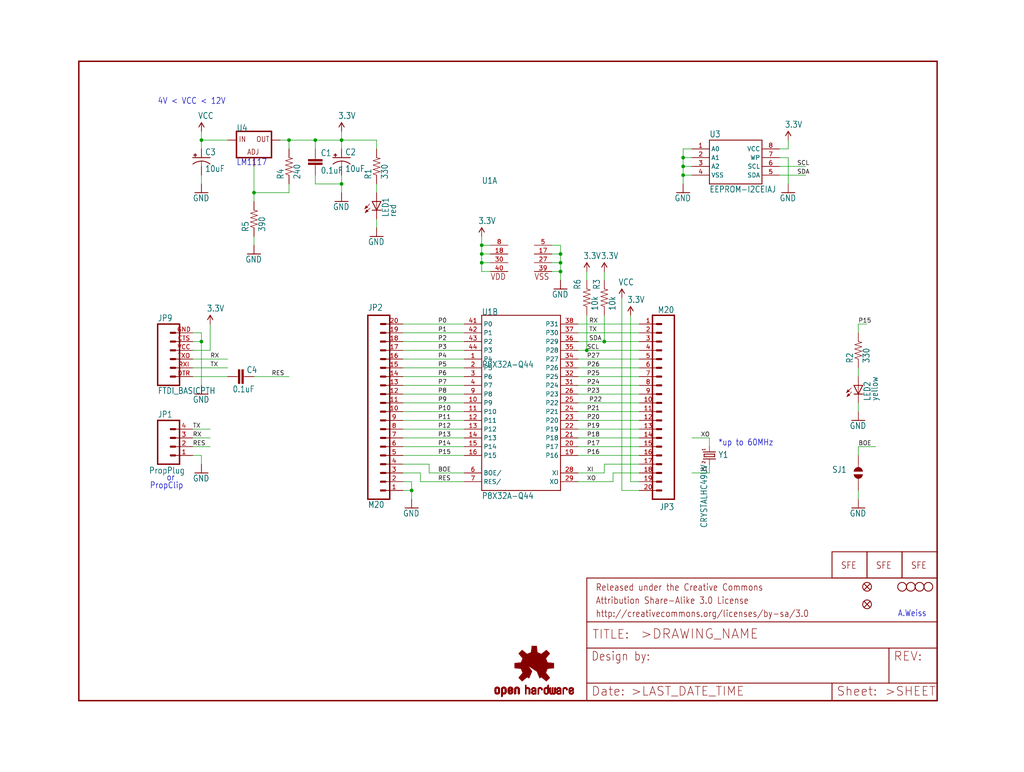
<source format=kicad_sch>
(kicad_sch (version 20211123) (generator eeschema)
  (paper "User" 297.002 223.926)
  (lib_symbols
    (symbol "schematicEagle-eagle-import:3.3V" (power)
      (property "Value" "3.3V" (at -1.016 3.556 0))
      (symbol "3.3V_1_0"
        (pin power_in line (at 0 0 90) (length 2.54) (name "3.3V") (number "1"))
      )
    )
    (symbol "schematicEagle-eagle-import:CAP0402-CAP"
      (property "Reference" "C" (at 1.524 2.921 0))
      (property "Value" "CAP0402-CAP" (at 1.524 -2.159 0))
      (symbol "CAP0402-CAP_1_0"
        (pin passive line (at 0 5.08 270) (length 2.54) (name "1") (number "1"))
        (pin passive line (at 0 -2.54 90) (length 2.54) (name "2") (number "2"))
      )
    )
    (symbol "schematicEagle-eagle-import:CAP_POL1206"
      (property "Reference" "C" (at 1.016 0.635 0))
      (property "Value" "CAP_POL1206" (at 1.016 -4.191 0))
      (symbol "CAP_POL1206_1_0"
        (pin passive line (at 0 2.54 270) (length 2.54) (name "+") (number "A"))
        (pin passive line (at 0 -5.08 90) (length 2.54) (name "-") (number "C"))
      )
    )
    (symbol "schematicEagle-eagle-import:CRYSTALHC49UV"
      (property "Reference" "Y" (at 2.54 1.016 0))
      (property "Value" "CRYSTALHC49UV" (at 2.54 -2.54 0))
      (symbol "CRYSTALHC49UV_1_0"
        (text "1" (at -2.159 -1.143 0) (effects (font (size 0.8636 0.734)) (justify left bottom)))
        (text "2" (at 1.524 -1.143 0) (effects (font (size 0.8636 0.734)) (justify left bottom)))
        (pin passive line (at -2.54 0 0) (length 0) (name "1") (number "1"))
        (pin passive line (at 2.54 0 180) (length 0) (name "2") (number "2"))
      )
    )
    (symbol "schematicEagle-eagle-import:EEPROM-I2CEIAJ"
      (property "Reference" "U" (at -7.62 8.382 0))
      (property "Value" "EEPROM-I2CEIAJ" (at -7.62 -7.62 0))
      (symbol "EEPROM-I2CEIAJ_1_0"
        (pin bidirectional line (at -12.7 5.08 0) (length 5.08) (name "A0") (number "1"))
        (pin bidirectional line (at -12.7 2.54 0) (length 5.08) (name "A1") (number "2"))
        (pin bidirectional line (at -12.7 0 0) (length 5.08) (name "A2") (number "3"))
        (pin power_in line (at -12.7 -2.54 0) (length 5.08) (name "VSS") (number "4"))
        (pin bidirectional line (at 12.7 -2.54 180) (length 5.08) (name "SDA") (number "5"))
        (pin bidirectional line (at 12.7 0 180) (length 5.08) (name "SCL") (number "6"))
        (pin bidirectional line (at 12.7 2.54 180) (length 5.08) (name "WP") (number "7"))
        (pin power_in line (at 12.7 5.08 180) (length 5.08) (name "VCC") (number "8"))
      )
    )
    (symbol "schematicEagle-eagle-import:FIDUCIALUFIDUCIAL")
    (symbol "schematicEagle-eagle-import:FRAME-LETTER"
      (symbol "FRAME-LETTER_2_0"
        (text ">DRAWING_NAME" (at 15.494 17.78 0) (effects (font (size 2.7432 2.7432)) (justify left bottom)))
        (text ">LAST_DATE_TIME" (at 12.7 1.27 0) (effects (font (size 2.54 2.54)) (justify left bottom)))
        (text ">SHEET" (at 86.36 1.27 0) (effects (font (size 2.54 2.54)) (justify left bottom)))
        (text "Attribution Share-Alike 3.0 License" (at 2.54 27.94 0) (effects (font (size 1.9304 1.6408)) (justify left bottom)))
        (text "Date:" (at 1.27 1.27 0) (effects (font (size 2.54 2.54)) (justify left bottom)))
        (text "Design by:" (at 1.27 11.43 0) (effects (font (size 2.54 2.159)) (justify left bottom)))
        (text "http://creativecommons.org/licenses/by-sa/3.0" (at 2.54 24.13 0) (effects (font (size 1.9304 1.6408)) (justify left bottom)))
        (text "Released under the Creative Commons" (at 2.54 31.75 0) (effects (font (size 1.9304 1.6408)) (justify left bottom)))
        (text "REV:" (at 88.9 11.43 0) (effects (font (size 2.54 2.54)) (justify left bottom)))
        (text "Sheet:" (at 72.39 1.27 0) (effects (font (size 2.54 2.54)) (justify left bottom)))
        (text "TITLE:" (at 1.524 17.78 0) (effects (font (size 2.54 2.54)) (justify left bottom)))
      )
    )
    (symbol "schematicEagle-eagle-import:FTDI_BASICPTH"
      (property "Reference" "JP" (at -5.08 10.922 0))
      (property "Value" "FTDI_BASICPTH" (at -5.08 -10.16 0))
      (symbol "FTDI_BASICPTH_1_0"
        (pin passive line (at 5.08 5.08 180) (length 5.08) (name "5") (number "CTS"))
        (pin passive line (at 5.08 -5.08 180) (length 5.08) (name "1") (number "DTR"))
        (pin passive line (at 5.08 7.62 180) (length 5.08) (name "6") (number "GND"))
        (pin passive line (at 5.08 -2.54 180) (length 5.08) (name "2") (number "RXI"))
        (pin passive line (at 5.08 0 180) (length 5.08) (name "3") (number "TXO"))
        (pin passive line (at 5.08 2.54 180) (length 5.08) (name "4") (number "VCC"))
      )
    )
    (symbol "schematicEagle-eagle-import:GND" (power)
      (property "Value" "GND" (at -2.54 -2.54 0))
      (symbol "GND_1_0"
        (pin power_in line (at 0 2.54 270) (length 2.54) (name "GND") (number "1"))
      )
    )
    (symbol "schematicEagle-eagle-import:LED0603"
      (property "Reference" "LED" (at 3.556 -4.572 90))
      (property "Value" "LED0603" (at 5.715 -4.572 90))
      (symbol "LED0603_1_0"
        (pin passive line (at 0 2.54 270) (length 2.54) (name "A") (number "A"))
        (pin passive line (at 0 -5.08 90) (length 2.54) (name "C") (number "C"))
      )
    )
    (symbol "schematicEagle-eagle-import:LOGO-SFENEW"
      (symbol "LOGO-SFENEW_1_0"
        (text "SFE" (at 0 0 0) (effects (font (size 1.9304 1.6408)) (justify left bottom)))
      )
    )
    (symbol "schematicEagle-eagle-import:LOGO-SFENW2"
      (symbol "LOGO-SFENW2_1_0"
        (text "SFE" (at 0 0 0) (effects (font (size 1.9304 1.6408)) (justify left bottom)))
      )
    )
    (symbol "schematicEagle-eagle-import:LOGO-SFESK"
      (symbol "LOGO-SFESK_1_0"
        (text "SFE" (at 0 0 0) (effects (font (size 1.9304 1.6408)) (justify left bottom)))
      )
    )
    (symbol "schematicEagle-eagle-import:M04PTH"
      (property "Reference" "JP" (at -5.08 8.382 0))
      (property "Value" "M04PTH" (at -5.08 -7.62 0))
      (symbol "M04PTH_1_0"
        (pin passive line (at 5.08 -2.54 180) (length 5.08) (name "1") (number "1"))
        (pin passive line (at 5.08 0 180) (length 5.08) (name "2") (number "2"))
        (pin passive line (at 5.08 2.54 180) (length 5.08) (name "3") (number "3"))
        (pin passive line (at 5.08 5.08 180) (length 5.08) (name "4") (number "4"))
      )
    )
    (symbol "schematicEagle-eagle-import:M20"
      (property "Reference" "JP" (at 0 57.15 0))
      (property "Value" "M20" (at 0 0 0))
      (symbol "M20_1_0"
        (pin passive line (at 10.16 5.08 180) (length 5.08) (name "1") (number "1"))
        (pin passive line (at 10.16 27.94 180) (length 5.08) (name "10") (number "10"))
        (pin passive line (at 10.16 30.48 180) (length 5.08) (name "11") (number "11"))
        (pin passive line (at 10.16 33.02 180) (length 5.08) (name "12") (number "12"))
        (pin passive line (at 10.16 35.56 180) (length 5.08) (name "13") (number "13"))
        (pin passive line (at 10.16 38.1 180) (length 5.08) (name "14") (number "14"))
        (pin passive line (at 10.16 40.64 180) (length 5.08) (name "15") (number "15"))
        (pin passive line (at 10.16 43.18 180) (length 5.08) (name "16") (number "16"))
        (pin passive line (at 10.16 45.72 180) (length 5.08) (name "17") (number "17"))
        (pin passive line (at 10.16 48.26 180) (length 5.08) (name "18") (number "18"))
        (pin passive line (at 10.16 50.8 180) (length 5.08) (name "19") (number "19"))
        (pin passive line (at 10.16 7.62 180) (length 5.08) (name "2") (number "2"))
        (pin passive line (at 10.16 53.34 180) (length 5.08) (name "20") (number "20"))
        (pin passive line (at 10.16 10.16 180) (length 5.08) (name "3") (number "3"))
        (pin passive line (at 10.16 12.7 180) (length 5.08) (name "4") (number "4"))
        (pin passive line (at 10.16 15.24 180) (length 5.08) (name "5") (number "5"))
        (pin passive line (at 10.16 17.78 180) (length 5.08) (name "6") (number "6"))
        (pin passive line (at 10.16 20.32 180) (length 5.08) (name "7") (number "7"))
        (pin passive line (at 10.16 22.86 180) (length 5.08) (name "8") (number "8"))
        (pin passive line (at 10.16 25.4 180) (length 5.08) (name "9") (number "9"))
      )
    )
    (symbol "schematicEagle-eagle-import:OSHW-LOGOS")
    (symbol "schematicEagle-eagle-import:P8X32A-Q44"
      (property "Reference" "U" (at -10.16 22.86 0))
      (property "Value" "P8X32A-Q44" (at -10.16 -30.48 0))
      (symbol "P8X32A-Q44_1_0"
        (text "VDD" (at -7.62 -5.08 0) (effects (font (size 1.778 1.5113)) (justify left bottom)))
        (text "VSS" (at 5.08 -5.08 0) (effects (font (size 1.778 1.5113)) (justify left bottom)))
        (pin power_in line (at 10.16 2.54 180) (length 5.08) (name "VSS@2") (number "17"))
        (pin power_in line (at -7.62 2.54 0) (length 5.08) (name "VDD@2") (number "18"))
        (pin power_in line (at 10.16 0 180) (length 5.08) (name "VSS@3") (number "27"))
        (pin power_in line (at -7.62 0 0) (length 5.08) (name "VDD@3") (number "30"))
        (pin power_in line (at 10.16 -2.54 180) (length 5.08) (name "VSS@4") (number "39"))
        (pin power_in line (at -7.62 -2.54 0) (length 5.08) (name "VDD@4") (number "40"))
        (pin power_in line (at 10.16 5.08 180) (length 5.08) (name "VSS@1") (number "5"))
        (pin power_in line (at -7.62 5.08 0) (length 5.08) (name "VDD@1") (number "8"))
      )
      (symbol "P8X32A-Q44_2_0"
        (pin bidirectional line (at -15.24 10.16 0) (length 5.08) (name "P4") (number "1"))
        (pin bidirectional line (at -15.24 -2.54 0) (length 5.08) (name "P9") (number "10"))
        (pin bidirectional line (at -15.24 -5.08 0) (length 5.08) (name "P10") (number "11"))
        (pin bidirectional line (at -15.24 -7.62 0) (length 5.08) (name "P11") (number "12"))
        (pin bidirectional line (at -15.24 -10.16 0) (length 5.08) (name "P12") (number "13"))
        (pin bidirectional line (at -15.24 -12.7 0) (length 5.08) (name "P13") (number "14"))
        (pin bidirectional line (at -15.24 -15.24 0) (length 5.08) (name "P14") (number "15"))
        (pin bidirectional line (at -15.24 -17.78 0) (length 5.08) (name "P15") (number "16"))
        (pin bidirectional line (at 17.78 -17.78 180) (length 5.08) (name "P16") (number "19"))
        (pin bidirectional line (at -15.24 7.62 0) (length 5.08) (name "P5") (number "2"))
        (pin bidirectional line (at 17.78 -15.24 180) (length 5.08) (name "P17") (number "20"))
        (pin bidirectional line (at 17.78 -12.7 180) (length 5.08) (name "P18") (number "21"))
        (pin bidirectional line (at 17.78 -10.16 180) (length 5.08) (name "P19") (number "22"))
        (pin bidirectional line (at 17.78 -7.62 180) (length 5.08) (name "P20") (number "23"))
        (pin bidirectional line (at 17.78 -5.08 180) (length 5.08) (name "P21") (number "24"))
        (pin bidirectional line (at 17.78 -2.54 180) (length 5.08) (name "P22") (number "25"))
        (pin bidirectional line (at 17.78 0 180) (length 5.08) (name "P23") (number "26"))
        (pin input line (at 17.78 -22.86 180) (length 5.08) (name "XI") (number "28"))
        (pin output line (at 17.78 -25.4 180) (length 5.08) (name "XO") (number "29"))
        (pin bidirectional line (at -15.24 5.08 0) (length 5.08) (name "P6") (number "3"))
        (pin bidirectional line (at 17.78 2.54 180) (length 5.08) (name "P24") (number "31"))
        (pin bidirectional line (at 17.78 5.08 180) (length 5.08) (name "P25") (number "32"))
        (pin bidirectional line (at 17.78 7.62 180) (length 5.08) (name "P26") (number "33"))
        (pin bidirectional line (at 17.78 10.16 180) (length 5.08) (name "P27") (number "34"))
        (pin bidirectional line (at 17.78 12.7 180) (length 5.08) (name "P28") (number "35"))
        (pin bidirectional line (at 17.78 15.24 180) (length 5.08) (name "P29") (number "36"))
        (pin bidirectional line (at 17.78 17.78 180) (length 5.08) (name "P30") (number "37"))
        (pin bidirectional line (at 17.78 20.32 180) (length 5.08) (name "P31") (number "38"))
        (pin bidirectional line (at -15.24 2.54 0) (length 5.08) (name "P7") (number "4"))
        (pin bidirectional line (at -15.24 20.32 0) (length 5.08) (name "P0") (number "41"))
        (pin bidirectional line (at -15.24 17.78 0) (length 5.08) (name "P1") (number "42"))
        (pin bidirectional line (at -15.24 15.24 0) (length 5.08) (name "P2") (number "43"))
        (pin bidirectional line (at -15.24 12.7 0) (length 5.08) (name "P3") (number "44"))
        (pin input line (at -15.24 -22.86 0) (length 5.08) (name "BOE/") (number "6"))
        (pin bidirectional line (at -15.24 -25.4 0) (length 5.08) (name "RES/") (number "7"))
        (pin bidirectional line (at -15.24 0 0) (length 5.08) (name "P8") (number "9"))
      )
    )
    (symbol "schematicEagle-eagle-import:RESISTOR0402-RES"
      (property "Reference" "R" (at -3.81 1.4986 0))
      (property "Value" "RESISTOR0402-RES" (at -3.81 -3.302 0))
      (symbol "RESISTOR0402-RES_1_0"
        (pin passive line (at -5.08 0 0) (length 2.54) (name "1") (number "1"))
        (pin passive line (at 5.08 0 180) (length 2.54) (name "2") (number "2"))
      )
    )
    (symbol "schematicEagle-eagle-import:SOLDERJUMPERTRACE"
      (property "Reference" "SJ" (at -2.54 2.54 0))
      (property "Value" "SOLDERJUMPERTRACE" (at -2.54 -5.08 0))
      (symbol "SOLDERJUMPERTRACE_1_0"
        (pin passive line (at -5.08 0 0) (length 2.54) (name "1") (number "1"))
        (pin passive line (at 5.08 0 180) (length 2.54) (name "2") (number "2"))
      )
    )
    (symbol "schematicEagle-eagle-import:STAND-OFF")
    (symbol "schematicEagle-eagle-import:VCC" (power)
      (property "Value" "VCC" (at -1.016 3.556 0))
      (symbol "VCC_1_0"
        (pin power_in line (at 0 0 90) (length 2.54) (name "VCC") (number "1"))
      )
    )
    (symbol "schematicEagle-eagle-import:V_REG_317SMD"
      (property "Reference" "U" (at 2.54 -7.62 0))
      (property "Value" "V_REG_317SMD" (at 2.54 -10.16 0))
      (symbol "V_REG_317SMD_1_0"
        (text "ADJ" (at -2.032 -4.318 0) (effects (font (size 1.524 1.2954)) (justify left bottom)))
        (text "IN" (at -4.445 -0.635 0) (effects (font (size 1.524 1.2954)) (justify left bottom)))
        (text "OUT" (at 0.635 -0.635 0) (effects (font (size 1.524 1.2954)) (justify left bottom)))
        (pin input line (at 0 -7.62 90) (length 2.54) (name "ADJ") (number "1"))
        (pin output line (at 7.62 0 180) (length 2.54) (name "OUT") (number "2"))
        (pin input line (at -7.62 0 0) (length 2.54) (name "IN") (number "3"))
      )
    )
  )
  (junction (at 162.56 73.66))
  (junction (at 58.42 40.64))
  (junction (at 139.7 76.2))
  (junction (at 58.42 99.06))
  (junction (at 139.7 73.66))
  (junction (at 119.38 142.24))
  (junction (at 99.06 40.64))
  (junction (at 73.66 55.88))
  (junction (at 162.56 78.74))
  (junction (at 198.12 50.8))
  (junction (at 99.06 53.34))
  (junction (at 170.18 101.6))
  (junction (at 139.7 71.12))
  (junction (at 162.56 76.2))
  (junction (at 91.44 40.64))
  (junction (at 175.26 99.06))
  (junction (at 198.12 48.26))
  (junction (at 198.12 45.72))
  (junction (at 83.82 40.64))
  (wire (pts (xy 119.38 139.7) (xy 119.38 142.24)))
  (wire (pts (xy 83.82 40.64) (xy 81.28 40.64)))
  (wire (pts (xy 205.74 137.16) (xy 200.66 137.16)))
  (wire (pts (xy 170.18 101.6) (xy 185.42 101.6)))
  (wire (pts (xy 116.84 127) (xy 134.62 127)))
  (wire (pts (xy 200.66 43.18) (xy 198.12 43.18)))
  (wire (pts (xy 116.84 93.98) (xy 134.62 93.98)))
  (wire (pts (xy 205.74 129.54) (xy 205.74 127)))
  (wire (pts (xy 167.64 114.3) (xy 185.42 114.3)))
  (wire (pts (xy 99.06 40.64) (xy 99.06 38.1)))
  (wire (pts (xy 198.12 48.26) (xy 198.12 50.8)))
  (wire (pts (xy 226.06 50.8) (xy 233.68 50.8)))
  (wire (pts (xy 139.7 73.66) (xy 139.7 71.12)))
  (wire (pts (xy 185.42 134.62) (xy 175.26 134.62)))
  (wire (pts (xy 198.12 43.18) (xy 198.12 45.72)))
  (wire (pts (xy 116.84 129.54) (xy 134.62 129.54)))
  (wire (pts (xy 121.92 137.16) (xy 121.92 139.7)))
  (wire (pts (xy 116.84 109.22) (xy 134.62 109.22)))
  (wire (pts (xy 73.66 71.12) (xy 73.66 68.58)))
  (wire (pts (xy 170.18 78.74) (xy 170.18 81.28)))
  (wire (pts (xy 73.66 109.22) (xy 83.82 109.22)))
  (wire (pts (xy 58.42 40.64) (xy 58.42 38.1)))
  (wire (pts (xy 170.18 91.44) (xy 170.18 101.6)))
  (wire (pts (xy 91.44 53.34) (xy 99.06 53.34)))
  (wire (pts (xy 55.88 106.68) (xy 66.04 106.68)))
  (wire (pts (xy 226.06 45.72) (xy 228.6 45.72)))
  (wire (pts (xy 116.84 132.08) (xy 134.62 132.08)))
  (wire (pts (xy 55.88 109.22) (xy 66.04 109.22)))
  (wire (pts (xy 167.64 109.22) (xy 185.42 109.22)))
  (wire (pts (xy 180.34 142.24) (xy 180.34 86.36)))
  (wire (pts (xy 116.84 116.84) (xy 134.62 116.84)))
  (wire (pts (xy 58.42 99.06) (xy 58.42 111.76)))
  (wire (pts (xy 58.42 50.8) (xy 58.42 53.34)))
  (wire (pts (xy 248.92 129.54) (xy 248.92 132.08)))
  (wire (pts (xy 99.06 40.64) (xy 109.22 40.64)))
  (wire (pts (xy 175.26 99.06) (xy 175.26 91.44)))
  (wire (pts (xy 254 129.54) (xy 248.92 129.54)))
  (wire (pts (xy 121.92 139.7) (xy 134.62 139.7)))
  (wire (pts (xy 99.06 55.88) (xy 99.06 53.34)))
  (wire (pts (xy 116.84 106.68) (xy 134.62 106.68)))
  (wire (pts (xy 55.88 104.14) (xy 66.04 104.14)))
  (wire (pts (xy 167.64 121.92) (xy 185.42 121.92)))
  (wire (pts (xy 200.66 50.8) (xy 198.12 50.8)))
  (wire (pts (xy 116.84 119.38) (xy 134.62 119.38)))
  (wire (pts (xy 175.26 78.74) (xy 175.26 81.28)))
  (wire (pts (xy 160.02 71.12) (xy 162.56 71.12)))
  (wire (pts (xy 99.06 40.64) (xy 99.06 43.18)))
  (wire (pts (xy 116.84 101.6) (xy 134.62 101.6)))
  (wire (pts (xy 139.7 71.12) (xy 139.7 68.58)))
  (wire (pts (xy 167.64 116.84) (xy 185.42 116.84)))
  (wire (pts (xy 200.66 45.72) (xy 198.12 45.72)))
  (wire (pts (xy 185.42 139.7) (xy 182.88 139.7)))
  (wire (pts (xy 116.84 111.76) (xy 134.62 111.76)))
  (wire (pts (xy 248.92 106.68) (xy 248.92 109.22)))
  (wire (pts (xy 58.42 96.52) (xy 58.42 99.06)))
  (wire (pts (xy 160.02 78.74) (xy 162.56 78.74)))
  (wire (pts (xy 99.06 53.34) (xy 99.06 50.8)))
  (wire (pts (xy 167.64 139.7) (xy 177.8 139.7)))
  (wire (pts (xy 55.88 129.54) (xy 60.96 129.54)))
  (wire (pts (xy 142.24 76.2) (xy 139.7 76.2)))
  (wire (pts (xy 116.84 137.16) (xy 121.92 137.16)))
  (wire (pts (xy 167.64 137.16) (xy 175.26 137.16)))
  (wire (pts (xy 167.64 124.46) (xy 185.42 124.46)))
  (wire (pts (xy 55.88 132.08) (xy 58.42 132.08)))
  (wire (pts (xy 116.84 124.46) (xy 134.62 124.46)))
  (wire (pts (xy 226.06 43.18) (xy 228.6 43.18)))
  (wire (pts (xy 205.74 134.62) (xy 205.74 137.16)))
  (wire (pts (xy 167.64 119.38) (xy 185.42 119.38)))
  (wire (pts (xy 60.96 101.6) (xy 60.96 93.98)))
  (wire (pts (xy 185.42 137.16) (xy 177.8 137.16)))
  (wire (pts (xy 162.56 76.2) (xy 162.56 78.74)))
  (wire (pts (xy 55.88 99.06) (xy 58.42 99.06)))
  (wire (pts (xy 228.6 45.72) (xy 228.6 53.34)))
  (wire (pts (xy 134.62 137.16) (xy 124.46 137.16)))
  (wire (pts (xy 142.24 73.66) (xy 139.7 73.66)))
  (wire (pts (xy 142.24 71.12) (xy 139.7 71.12)))
  (wire (pts (xy 58.42 132.08) (xy 58.42 134.62)))
  (wire (pts (xy 167.64 111.76) (xy 185.42 111.76)))
  (wire (pts (xy 83.82 40.64) (xy 83.82 43.18)))
  (wire (pts (xy 248.92 96.52) (xy 248.92 93.98)))
  (wire (pts (xy 83.82 55.88) (xy 73.66 55.88)))
  (wire (pts (xy 167.64 93.98) (xy 185.42 93.98)))
  (wire (pts (xy 248.92 93.98) (xy 251.46 93.98)))
  (wire (pts (xy 116.84 142.24) (xy 119.38 142.24)))
  (wire (pts (xy 160.02 76.2) (xy 162.56 76.2)))
  (wire (pts (xy 109.22 66.04) (xy 109.22 63.5)))
  (wire (pts (xy 116.84 99.06) (xy 134.62 99.06)))
  (wire (pts (xy 177.8 137.16) (xy 177.8 139.7)))
  (wire (pts (xy 182.88 139.7) (xy 182.88 91.44)))
  (wire (pts (xy 73.66 55.88) (xy 73.66 58.42)))
  (wire (pts (xy 160.02 73.66) (xy 162.56 73.66)))
  (wire (pts (xy 175.26 134.62) (xy 175.26 137.16)))
  (wire (pts (xy 83.82 40.64) (xy 91.44 40.64)))
  (wire (pts (xy 226.06 48.26) (xy 233.68 48.26)))
  (wire (pts (xy 116.84 104.14) (xy 134.62 104.14)))
  (wire (pts (xy 185.42 142.24) (xy 180.34 142.24)))
  (wire (pts (xy 83.82 53.34) (xy 83.82 55.88)))
  (wire (pts (xy 55.88 127) (xy 60.96 127)))
  (wire (pts (xy 124.46 134.62) (xy 124.46 137.16)))
  (wire (pts (xy 167.64 127) (xy 185.42 127)))
  (wire (pts (xy 198.12 45.72) (xy 198.12 48.26)))
  (wire (pts (xy 205.74 127) (xy 200.66 127)))
  (wire (pts (xy 66.04 40.64) (xy 58.42 40.64)))
  (wire (pts (xy 162.56 73.66) (xy 162.56 76.2)))
  (wire (pts (xy 142.24 78.74) (xy 139.7 78.74)))
  (wire (pts (xy 73.66 48.26) (xy 73.66 55.88)))
  (wire (pts (xy 167.64 106.68) (xy 185.42 106.68)))
  (wire (pts (xy 55.88 96.52) (xy 58.42 96.52)))
  (wire (pts (xy 116.84 121.92) (xy 134.62 121.92)))
  (wire (pts (xy 167.64 96.52) (xy 185.42 96.52)))
  (wire (pts (xy 167.64 129.54) (xy 185.42 129.54)))
  (wire (pts (xy 116.84 96.52) (xy 134.62 96.52)))
  (wire (pts (xy 55.88 101.6) (xy 60.96 101.6)))
  (wire (pts (xy 116.84 139.7) (xy 119.38 139.7)))
  (wire (pts (xy 162.56 71.12) (xy 162.56 73.66)))
  (wire (pts (xy 119.38 142.24) (xy 119.38 144.78)))
  (wire (pts (xy 55.88 124.46) (xy 60.96 124.46)))
  (wire (pts (xy 175.26 99.06) (xy 185.42 99.06)))
  (wire (pts (xy 248.92 119.38) (xy 248.92 116.84)))
  (wire (pts (xy 91.44 43.18) (xy 91.44 40.64)))
  (wire (pts (xy 116.84 114.3) (xy 134.62 114.3)))
  (wire (pts (xy 198.12 50.8) (xy 198.12 53.34)))
  (wire (pts (xy 167.64 99.06) (xy 175.26 99.06)))
  (wire (pts (xy 248.92 142.24) (xy 248.92 144.78)))
  (wire (pts (xy 167.64 104.14) (xy 185.42 104.14)))
  (wire (pts (xy 116.84 134.62) (xy 124.46 134.62)))
  (wire (pts (xy 167.64 101.6) (xy 170.18 101.6)))
  (wire (pts (xy 91.44 50.8) (xy 91.44 53.34)))
  (wire (pts (xy 228.6 43.18) (xy 228.6 40.64)))
  (wire (pts (xy 109.22 40.64) (xy 109.22 43.18)))
  (wire (pts (xy 200.66 48.26) (xy 198.12 48.26)))
  (wire (pts (xy 109.22 53.34) (xy 109.22 55.88)))
  (wire (pts (xy 139.7 78.74) (xy 139.7 76.2)))
  (wire (pts (xy 139.7 76.2) (xy 139.7 73.66)))
  (wire (pts (xy 58.42 40.64) (xy 58.42 43.18)))
  (wire (pts (xy 167.64 132.08) (xy 185.42 132.08)))
  (wire (pts (xy 91.44 40.64) (xy 99.06 40.64)))
  (wire (pts (xy 162.56 78.74) (xy 162.56 81.28)))
  (text "*up to 60MHz" (at 208.28 129.54 180) (effects (font (size 1.778 1.5113)) (justify left bottom)))
  (text "or" (at 48.26 139.7 180) (effects (font (size 1.778 1.5113)) (justify left bottom)))
  (text "A.Weiss" (at 260.35 179.07 180) (effects (font (size 1.778 1.5113)) (justify left bottom)))
  (text "LM1117" (at 68.58 48.26 180) (effects (font (size 1.778 1.5113)) (justify left bottom)))
  (text "4V < VCC < 12V" (at 45.72 30.48 180) (effects (font (size 1.778 1.5113)) (justify left bottom)))
  (text "PropClip" (at 43.434 141.986 180) (effects (font (size 1.778 1.5113)) (justify left bottom)))
  (label "P20" (at 170.18 121.92 0) (effects (font (size 1.2446 1.2446))))
  (label "P14" (at 127 129.54 0) (effects (font (size 1.2446 1.2446))))
  (label "P23" (at 170.18 114.3 0) (effects (font (size 1.2446 1.2446))))
  (label "RX" (at 55.88 127 0) (effects (font (size 1.2446 1.2446))))
  (label "P11" (at 127 121.92 0) (effects (font (size 1.2446 1.2446))))
  (label "P13" (at 127 127 0) (effects (font (size 1.2446 1.2446))))
  (label "BOE" (at 127 137.16 0) (effects (font (size 1.2446 1.2446))))
  (label "RES" (at 55.88 129.54 0) (effects (font (size 1.2446 1.2446))))
  (label "P2" (at 127 99.06 0) (effects (font (size 1.2446 1.2446))))
  (label "P22" (at 170.815 116.84 0) (effects (font (size 1.2446 1.2446))))
  (label "RES" (at 78.74 109.22 0) (effects (font (size 1.2446 1.2446))))
  (label "P6" (at 127 109.22 0) (effects (font (size 1.2446 1.2446))))
  (label "SDA" (at 231.14 50.8 0) (effects (font (size 1.2446 1.2446))))
  (label "P12" (at 127 124.46 0) (effects (font (size 1.2446 1.2446))))
  (label "P21" (at 170.18 119.38 0) (effects (font (size 1.2446 1.2446))))
  (label "SCL" (at 170.18 101.6 0) (effects (font (size 1.2446 1.2446))))
  (label "P4" (at 127 104.14 0) (effects (font (size 1.2446 1.2446))))
  (label "XO" (at 203.2 127 0) (effects (font (size 1.2446 1.2446))))
  (label "P26" (at 170.18 106.68 0) (effects (font (size 1.2446 1.2446))))
  (label "P10" (at 127 119.38 0) (effects (font (size 1.2446 1.2446))))
  (label "P5" (at 127 106.68 0) (effects (font (size 1.2446 1.2446))))
  (label "SCL" (at 231.14 48.26 0) (effects (font (size 1.2446 1.2446))))
  (label "P19" (at 170.18 124.46 0) (effects (font (size 1.2446 1.2446))))
  (label "P27" (at 170.18 104.14 0) (effects (font (size 1.2446 1.2446))))
  (label "P1" (at 127 96.52 0) (effects (font (size 1.2446 1.2446))))
  (label "TX" (at 55.88 124.46 0) (effects (font (size 1.2446 1.2446))))
  (label "RES" (at 127 139.7 0) (effects (font (size 1.2446 1.2446))))
  (label "TX" (at 60.96 106.68 0) (effects (font (size 1.2446 1.2446))))
  (label "P18" (at 170.18 127 0) (effects (font (size 1.2446 1.2446))))
  (label "XI" (at 170.18 137.16 0) (effects (font (size 1.2446 1.2446))))
  (label "XI" (at 203.2 137.16 0) (effects (font (size 1.2446 1.2446))))
  (label "P9" (at 127 116.84 0) (effects (font (size 1.2446 1.2446))))
  (label "P0" (at 127 93.98 0) (effects (font (size 1.2446 1.2446))))
  (label "BOE" (at 248.92 129.54 0) (effects (font (size 1.2446 1.2446))))
  (label "P7" (at 127 111.76 0) (effects (font (size 1.2446 1.2446))))
  (label "P3" (at 127 101.6 0) (effects (font (size 1.2446 1.2446))))
  (label "P25" (at 170.18 109.22 0) (effects (font (size 1.2446 1.2446))))
  (label "P8" (at 127 114.3 0) (effects (font (size 1.2446 1.2446))))
  (label "P15" (at 127 132.08 0) (effects (font (size 1.2446 1.2446))))
  (label "XO" (at 170.18 139.7 0) (effects (font (size 1.2446 1.2446))))
  (label "TX" (at 170.815 96.52 0) (effects (font (size 1.2446 1.2446))))
  (label "P24" (at 170.18 111.76 0) (effects (font (size 1.2446 1.2446))))
  (label "P15" (at 248.92 93.98 0) (effects (font (size 1.2446 1.2446))))
  (label "P16" (at 170.18 132.08 0) (effects (font (size 1.2446 1.2446))))
  (label "RX" (at 170.815 93.98 0) (effects (font (size 1.2446 1.2446))))
  (label "SDA" (at 170.815 99.06 0) (effects (font (size 1.2446 1.2446))))
  (label "RX" (at 60.96 104.14 0) (effects (font (size 1.2446 1.2446))))
  (label "P17" (at 170.18 129.54 0) (effects (font (size 1.2446 1.2446))))
  (symbol (lib_id "schematicEagle-eagle-import:GND") (at 58.42 114.3 0) (unit 1)
    (property "Reference" "#GND10" (effects hide))
    (property "Value" "GND" (at 55.88 116.84 0) (effects (font (size 1.778 1.5113)) (justify left bottom)))
    (property "Footprint" "schematicEagle:" (effects hide))
  )
  (symbol (lib_id "schematicEagle-eagle-import:FTDI_BASICPTH") (at 50.8 104.14 0) (unit 1)
    (property "Reference" "JP9" (at 45.72 93.218 0) (effects (font (size 1.778 1.5113)) (justify left bottom)))
    (property "Value" "FTDI_BASICPTH" (at 45.72 114.3 0) (effects (font (size 1.778 1.5113)) (justify left bottom)))
    (property "Footprint" "schematicEagle:FTDI_BASIC" (effects hide))
  )
  (symbol (lib_id "schematicEagle-eagle-import:GND") (at 119.38 147.32 0) (unit 1)
    (property "Reference" "#GND3" (effects hide))
    (property "Value" "GND" (at 116.84 149.86 0) (effects (font (size 1.778 1.5113)) (justify left bottom)))
    (property "Footprint" "schematicEagle:" (effects hide))
  )
  (symbol (lib_id "schematicEagle-eagle-import:GND") (at 198.12 55.88 0) (unit 1)
    (property "Reference" "#GND11" (effects hide))
    (property "Value" "GND" (at 195.58 58.42 0) (effects (font (size 1.778 1.5113)) (justify left bottom)))
    (property "Footprint" "schematicEagle:" (effects hide))
  )
  (symbol (lib_id "schematicEagle-eagle-import:GND") (at 73.66 73.66 0) (unit 1)
    (property "Reference" "#GND6" (effects hide))
    (property "Value" "GND" (at 71.12 76.2 0) (effects (font (size 1.778 1.5113)) (justify left bottom)))
    (property "Footprint" "schematicEagle:" (effects hide))
  )
  (symbol (lib_id "schematicEagle-eagle-import:P8X32A-Q44") (at 149.86 76.2 0) (unit 1)
    (property "Reference" "U1" (at 139.7 53.34 0) (effects (font (size 1.778 1.5113)) (justify left bottom)))
    (property "Value" "P8X32A-Q44" (at 139.7 106.68 0) (effects (font (size 1.778 1.5113)) (justify left bottom)))
    (property "Footprint" "schematicEagle:P8X32A-Q44" (effects hide))
  )
  (symbol (lib_id "schematicEagle-eagle-import:FIDUCIALUFIDUCIAL") (at 251.46 175.26 0) (unit 1)
    (property "Reference" "JP15" (effects hide))
    (property "Value" "FIDUCIALUFIDUCIAL" (effects hide))
    (property "Footprint" "schematicEagle:MICRO-FIDUCIAL" (effects hide))
  )
  (symbol (lib_id "schematicEagle-eagle-import:RESISTOR0402-RES") (at 175.26 86.36 90) (unit 1)
    (property "Reference" "R3" (at 174.0154 84.074 0) (effects (font (size 1.778 1.5113)) (justify left bottom)))
    (property "Value" "10k" (at 178.562 90.17 0) (effects (font (size 1.778 1.5113)) (justify left bottom)))
    (property "Footprint" "schematicEagle:0402-RES" (effects hide))
  )
  (symbol (lib_id "schematicEagle-eagle-import:STAND-OFF") (at 269.24 170.18 0) (unit 1)
    (property "Reference" "JP10" (effects hide))
    (property "Value" "STAND-OFF" (effects hide))
    (property "Footprint" "schematicEagle:STAND-OFF" (effects hide))
  )
  (symbol (lib_id "schematicEagle-eagle-import:M20") (at 106.68 147.32 0) (unit 1)
    (property "Reference" "JP2" (at 106.68 90.17 0) (effects (font (size 1.778 1.5113)) (justify left bottom)))
    (property "Value" "M20" (at 106.68 147.32 0) (effects (font (size 1.778 1.5113)) (justify left bottom)))
    (property "Footprint" "schematicEagle:1X20" (effects hide))
  )
  (symbol (lib_id "schematicEagle-eagle-import:RESISTOR0402-RES") (at 170.18 86.36 90) (unit 1)
    (property "Reference" "R6" (at 168.4274 84.074 0) (effects (font (size 1.778 1.5113)) (justify left bottom)))
    (property "Value" "10k" (at 173.482 90.17 0) (effects (font (size 1.778 1.5113)) (justify left bottom)))
    (property "Footprint" "schematicEagle:0402-RES" (effects hide))
  )
  (symbol (lib_id "schematicEagle-eagle-import:GND") (at 162.56 83.82 0) (unit 1)
    (property "Reference" "#GND1" (effects hide))
    (property "Value" "GND" (at 160.02 86.36 0) (effects (font (size 1.778 1.5113)) (justify left bottom)))
    (property "Footprint" "schematicEagle:" (effects hide))
  )
  (symbol (lib_id "schematicEagle-eagle-import:GND") (at 58.42 137.16 0) (unit 1)
    (property "Reference" "#GND4" (effects hide))
    (property "Value" "GND" (at 55.88 139.7 0) (effects (font (size 1.778 1.5113)) (justify left bottom)))
    (property "Footprint" "schematicEagle:" (effects hide))
  )
  (symbol (lib_id "schematicEagle-eagle-import:P8X32A-Q44") (at 149.86 114.3 0) (unit 2)
    (property "Reference" "U1" (at 139.7 91.44 0) (effects (font (size 1.778 1.5113)) (justify left bottom)))
    (property "Value" "P8X32A-Q44" (at 139.7 144.78 0) (effects (font (size 1.778 1.5113)) (justify left bottom)))
    (property "Footprint" "schematicEagle:P8X32A-Q44" (effects hide))
  )
  (symbol (lib_id "schematicEagle-eagle-import:VCC") (at 180.34 86.36 0) (unit 1)
    (property "Reference" "#P+5" (effects hide))
    (property "Value" "VCC" (at 179.324 82.804 0) (effects (font (size 1.778 1.5113)) (justify left bottom)))
    (property "Footprint" "schematicEagle:" (effects hide))
  )
  (symbol (lib_id "schematicEagle-eagle-import:RESISTOR0402-RES") (at 83.82 48.26 90) (unit 1)
    (property "Reference" "R4" (at 82.3214 52.07 0) (effects (font (size 1.778 1.5113)) (justify left bottom)))
    (property "Value" "240" (at 87.122 52.07 0) (effects (font (size 1.778 1.5113)) (justify left bottom)))
    (property "Footprint" "schematicEagle:0402-RES" (effects hide))
  )
  (symbol (lib_id "schematicEagle-eagle-import:SOLDERJUMPERTRACE") (at 248.92 137.16 90) (unit 1)
    (property "Reference" "SJ1" (at 241.3 137.16 90) (effects (font (size 1.778 1.5113)) (justify right top)))
    (property "Value" "SOLDERJUMPERTRACE" (effects hide))
    (property "Footprint" "schematicEagle:SJ_2S-TRACE" (effects hide))
  )
  (symbol (lib_id "schematicEagle-eagle-import:OSHW-LOGOS") (at 154.94 193.04 0) (unit 1)
    (property "Reference" "U$1" (effects hide))
    (property "Value" "OSHW-LOGOS" (effects hide))
    (property "Footprint" "schematicEagle:OSHW-LOGO-S" (effects hide))
  )
  (symbol (lib_id "schematicEagle-eagle-import:RESISTOR0402-RES") (at 73.66 63.5 90) (unit 1)
    (property "Reference" "R5" (at 72.1614 67.31 0) (effects (font (size 1.778 1.5113)) (justify left bottom)))
    (property "Value" "390" (at 76.962 67.31 0) (effects (font (size 1.778 1.5113)) (justify left bottom)))
    (property "Footprint" "schematicEagle:0402-RES" (effects hide))
  )
  (symbol (lib_id "schematicEagle-eagle-import:VCC") (at 58.42 38.1 0) (unit 1)
    (property "Reference" "#P+4" (effects hide))
    (property "Value" "VCC" (at 57.404 34.544 0) (effects (font (size 1.778 1.5113)) (justify left bottom)))
    (property "Footprint" "schematicEagle:" (effects hide))
  )
  (symbol (lib_id "schematicEagle-eagle-import:3.3V") (at 170.18 78.74 0) (unit 1)
    (property "Reference" "#P+9" (effects hide))
    (property "Value" "3.3V" (at 169.164 75.184 0) (effects (font (size 1.778 1.5113)) (justify left bottom)))
    (property "Footprint" "schematicEagle:" (effects hide))
  )
  (symbol (lib_id "schematicEagle-eagle-import:LED0603") (at 248.92 111.76 0) (unit 1)
    (property "Reference" "LED2" (at 252.476 116.332 90) (effects (font (size 1.778 1.5113)) (justify left bottom)))
    (property "Value" "yellow" (at 254.635 116.332 90) (effects (font (size 1.778 1.5113)) (justify left bottom)))
    (property "Footprint" "schematicEagle:LED-0603" (effects hide))
  )
  (symbol (lib_id "schematicEagle-eagle-import:LOGO-SFENEW") (at 254 165.1 0) (unit 1)
    (property "Reference" "JP5" (effects hide))
    (property "Value" "LOGO-SFENEW" (effects hide))
    (property "Footprint" "schematicEagle:SFE-NEW-WEBLOGO" (effects hide))
  )
  (symbol (lib_id "schematicEagle-eagle-import:GND") (at 99.06 58.42 0) (unit 1)
    (property "Reference" "#GND7" (effects hide))
    (property "Value" "GND" (at 96.52 60.96 0) (effects (font (size 1.778 1.5113)) (justify left bottom)))
    (property "Footprint" "schematicEagle:" (effects hide))
  )
  (symbol (lib_id "schematicEagle-eagle-import:CRYSTALHC49UV") (at 205.74 132.08 270) (unit 1)
    (property "Reference" "Y1" (at 208.28 132.842 90) (effects (font (size 1.778 1.5113)) (justify left bottom)))
    (property "Value" "CRYSTALHC49UV" (at 203.2 134.62 0) (effects (font (size 1.778 1.5113)) (justify left bottom)))
    (property "Footprint" "schematicEagle:HC49U-V" (effects hide))
  )
  (symbol (lib_id "schematicEagle-eagle-import:M20") (at 195.58 88.9 180) (unit 1)
    (property "Reference" "JP3" (at 195.58 146.05 0) (effects (font (size 1.778 1.5113)) (justify left bottom)))
    (property "Value" "M20" (at 195.58 88.9 0) (effects (font (size 1.778 1.5113)) (justify left bottom)))
    (property "Footprint" "schematicEagle:1X20" (effects hide))
  )
  (symbol (lib_id "schematicEagle-eagle-import:3.3V") (at 182.88 91.44 0) (unit 1)
    (property "Reference" "#P+1" (effects hide))
    (property "Value" "3.3V" (at 181.864 87.884 0) (effects (font (size 1.778 1.5113)) (justify left bottom)))
    (property "Footprint" "schematicEagle:" (effects hide))
  )
  (symbol (lib_id "schematicEagle-eagle-import:LED0603") (at 109.22 58.42 0) (unit 1)
    (property "Reference" "LED1" (at 112.776 62.992 90) (effects (font (size 1.778 1.5113)) (justify left bottom)))
    (property "Value" "red" (at 114.935 62.992 90) (effects (font (size 1.778 1.5113)) (justify left bottom)))
    (property "Footprint" "schematicEagle:LED-0603" (effects hide))
  )
  (symbol (lib_id "schematicEagle-eagle-import:V_REG_317SMD") (at 73.66 40.64 0) (unit 1)
    (property "Reference" "U4" (at 68.58 38.1 0) (effects (font (size 1.778 1.5113)) (justify left bottom)))
    (property "Value" "V_REG_317SMD" (effects hide))
    (property "Footprint" "schematicEagle:SOT223" (effects hide))
  )
  (symbol (lib_id "schematicEagle-eagle-import:FIDUCIALUFIDUCIAL") (at 251.46 170.18 0) (unit 1)
    (property "Reference" "JP4" (effects hide))
    (property "Value" "FIDUCIALUFIDUCIAL" (effects hide))
    (property "Footprint" "schematicEagle:MICRO-FIDUCIAL" (effects hide))
  )
  (symbol (lib_id "schematicEagle-eagle-import:3.3V") (at 228.6 40.64 0) (unit 1)
    (property "Reference" "#P+7" (effects hide))
    (property "Value" "3.3V" (at 227.584 37.084 0) (effects (font (size 1.778 1.5113)) (justify left bottom)))
    (property "Footprint" "schematicEagle:" (effects hide))
  )
  (symbol (lib_id "schematicEagle-eagle-import:RESISTOR0402-RES") (at 248.92 101.6 90) (unit 1)
    (property "Reference" "R2" (at 247.4214 105.41 0) (effects (font (size 1.778 1.5113)) (justify left bottom)))
    (property "Value" "330" (at 252.222 105.41 0) (effects (font (size 1.778 1.5113)) (justify left bottom)))
    (property "Footprint" "schematicEagle:0402-RES" (effects hide))
  )
  (symbol (lib_id "schematicEagle-eagle-import:3.3V") (at 60.96 93.98 0) (unit 1)
    (property "Reference" "#P+6" (effects hide))
    (property "Value" "3.3V" (at 59.944 90.424 0) (effects (font (size 1.778 1.5113)) (justify left bottom)))
    (property "Footprint" "schematicEagle:" (effects hide))
  )
  (symbol (lib_id "schematicEagle-eagle-import:3.3V") (at 99.06 38.1 0) (unit 1)
    (property "Reference" "#P+3" (effects hide))
    (property "Value" "3.3V" (at 98.044 34.544 0) (effects (font (size 1.778 1.5113)) (justify left bottom)))
    (property "Footprint" "schematicEagle:" (effects hide))
  )
  (symbol (lib_id "schematicEagle-eagle-import:STAND-OFF") (at 266.7 170.18 0) (unit 1)
    (property "Reference" "JP11" (effects hide))
    (property "Value" "STAND-OFF" (effects hide))
    (property "Footprint" "schematicEagle:STAND-OFF" (effects hide))
  )
  (symbol (lib_id "schematicEagle-eagle-import:LOGO-SFENW2") (at 243.84 165.1 0) (unit 1)
    (property "Reference" "JP14" (effects hide))
    (property "Value" "LOGO-SFENW2" (effects hide))
    (property "Footprint" "schematicEagle:SFE-NEW-WEB" (effects hide))
  )
  (symbol (lib_id "schematicEagle-eagle-import:CAP_POL1206") (at 58.42 45.72 0) (unit 1)
    (property "Reference" "C3" (at 59.436 45.085 0) (effects (font (size 1.778 1.5113)) (justify left bottom)))
    (property "Value" "10uF" (at 59.436 49.911 0) (effects (font (size 1.778 1.5113)) (justify left bottom)))
    (property "Footprint" "schematicEagle:EIA3216" (effects hide))
  )
  (symbol (lib_id "schematicEagle-eagle-import:FRAME-LETTER") (at 22.86 203.2 0) (unit 1)
    (property "Reference" "FRAME1" (effects hide))
    (property "Value" "FRAME-LETTER" (effects hide))
    (property "Footprint" "schematicEagle:CREATIVE_COMMONS" (effects hide))
  )
  (symbol (lib_id "schematicEagle-eagle-import:LOGO-SFESK") (at 264.16 165.1 0) (unit 1)
    (property "Reference" "JP7" (effects hide))
    (property "Value" "LOGO-SFESK" (effects hide))
    (property "Footprint" "schematicEagle:SFE-LOGO-FLAME" (effects hide))
  )
  (symbol (lib_id "schematicEagle-eagle-import:GND") (at 58.42 55.88 0) (unit 1)
    (property "Reference" "#GND5" (effects hide))
    (property "Value" "GND" (at 55.88 58.42 0) (effects (font (size 1.778 1.5113)) (justify left bottom)))
    (property "Footprint" "schematicEagle:" (effects hide))
  )
  (symbol (lib_id "schematicEagle-eagle-import:STAND-OFF") (at 264.16 170.18 0) (unit 1)
    (property "Reference" "JP12" (effects hide))
    (property "Value" "STAND-OFF" (effects hide))
    (property "Footprint" "schematicEagle:STAND-OFF" (effects hide))
  )
  (symbol (lib_id "schematicEagle-eagle-import:CAP0402-CAP") (at 71.12 109.22 90) (unit 1)
    (property "Reference" "C4" (at 74.676 106.299 90) (effects (font (size 1.778 1.5113)) (justify left bottom)))
    (property "Value" "0.1uF" (at 73.914 111.887 90) (effects (font (size 1.778 1.5113)) (justify left bottom)))
    (property "Footprint" "schematicEagle:0402-CAP" (effects hide))
  )
  (symbol (lib_id "schematicEagle-eagle-import:CAP_POL1206") (at 99.06 45.72 0) (unit 1)
    (property "Reference" "C2" (at 100.076 45.085 0) (effects (font (size 1.778 1.5113)) (justify left bottom)))
    (property "Value" "10uF" (at 100.076 49.911 0) (effects (font (size 1.778 1.5113)) (justify left bottom)))
    (property "Footprint" "schematicEagle:EIA3216" (effects hide))
  )
  (symbol (lib_id "schematicEagle-eagle-import:RESISTOR0402-RES") (at 109.22 48.26 90) (unit 1)
    (property "Reference" "R1" (at 107.7214 52.07 0) (effects (font (size 1.778 1.5113)) (justify left bottom)))
    (property "Value" "330" (at 112.522 52.07 0) (effects (font (size 1.778 1.5113)) (justify left bottom)))
    (property "Footprint" "schematicEagle:0402-RES" (effects hide))
  )
  (symbol (lib_id "schematicEagle-eagle-import:3.3V") (at 175.26 78.74 0) (unit 1)
    (property "Reference" "#P+8" (effects hide))
    (property "Value" "3.3V" (at 174.244 75.184 0) (effects (font (size 1.778 1.5113)) (justify left bottom)))
    (property "Footprint" "schematicEagle:" (effects hide))
  )
  (symbol (lib_id "schematicEagle-eagle-import:EEPROM-I2CEIAJ") (at 213.36 48.26 0) (unit 1)
    (property "Reference" "U3" (at 205.74 39.878 0) (effects (font (size 1.778 1.5113)) (justify left bottom)))
    (property "Value" "EEPROM-I2CEIAJ" (at 205.74 55.88 0) (effects (font (size 1.778 1.5113)) (justify left bottom)))
    (property "Footprint" "schematicEagle:SO08-EIAJ" (effects hide))
  )
  (symbol (lib_id "schematicEagle-eagle-import:GND") (at 228.6 55.88 0) (unit 1)
    (property "Reference" "#GND12" (effects hide))
    (property "Value" "GND" (at 226.06 58.42 0) (effects (font (size 1.778 1.5113)) (justify left bottom)))
    (property "Footprint" "schematicEagle:" (effects hide))
  )
  (symbol (lib_id "schematicEagle-eagle-import:STAND-OFF") (at 261.62 170.18 0) (unit 1)
    (property "Reference" "JP13" (effects hide))
    (property "Value" "STAND-OFF" (effects hide))
    (property "Footprint" "schematicEagle:STAND-OFF" (effects hide))
  )
  (symbol (lib_id "schematicEagle-eagle-import:GND") (at 248.92 147.32 0) (unit 1)
    (property "Reference" "#GND2" (effects hide))
    (property "Value" "GND" (at 246.38 149.86 0) (effects (font (size 1.778 1.5113)) (justify left bottom)))
    (property "Footprint" "schematicEagle:" (effects hide))
  )
  (symbol (lib_id "schematicEagle-eagle-import:FRAME-LETTER") (at 170.18 203.2 0) (unit 2)
    (property "Reference" "FRAME1" (effects hide))
    (property "Value" "FRAME-LETTER" (effects hide))
    (property "Footprint" "schematicEagle:CREATIVE_COMMONS" (effects hide))
  )
  (symbol (lib_id "schematicEagle-eagle-import:CAP0402-CAP") (at 91.44 48.26 0) (unit 1)
    (property "Reference" "C1" (at 92.964 45.339 0) (effects (font (size 1.778 1.5113)) (justify left bottom)))
    (property "Value" "0.1uF" (at 92.964 50.419 0) (effects (font (size 1.778 1.5113)) (justify left bottom)))
    (property "Footprint" "schematicEagle:0402-CAP" (effects hide))
  )
  (symbol (lib_id "schematicEagle-eagle-import:GND") (at 109.22 68.58 0) (unit 1)
    (property "Reference" "#GND8" (effects hide))
    (property "Value" "GND" (at 106.68 71.12 0) (effects (font (size 1.778 1.5113)) (justify left bottom)))
    (property "Footprint" "schematicEagle:" (effects hide))
  )
  (symbol (lib_id "schematicEagle-eagle-import:M04PTH") (at 50.8 129.54 0) (unit 1)
    (property "Reference" "JP1" (at 45.72 121.158 0) (effects (font (size 1.778 1.5113)) (justify left bottom)))
    (property "Value" "PropPlug" (at 43.18 137.414 0) (effects (font (size 1.778 1.5113)) (justify left bottom)))
    (property "Footprint" "schematicEagle:1X04" (effects hide))
  )
  (symbol (lib_id "schematicEagle-eagle-import:3.3V") (at 139.7 68.58 0) (unit 1)
    (property "Reference" "#P+2" (effects hide))
    (property "Value" "3.3V" (at 138.684 65.024 0) (effects (font (size 1.778 1.5113)) (justify left bottom)))
    (property "Footprint" "schematicEagle:" (effects hide))
  )
  (symbol (lib_id "schematicEagle-eagle-import:GND") (at 248.92 121.92 0) (unit 1)
    (property "Reference" "#GND9" (effects hide))
    (property "Value" "GND" (at 246.38 124.46 0) (effects (font (size 1.778 1.5113)) (justify left bottom)))
    (property "Footprint" "schematicEagle:" (effects hide))
  )
)
</source>
